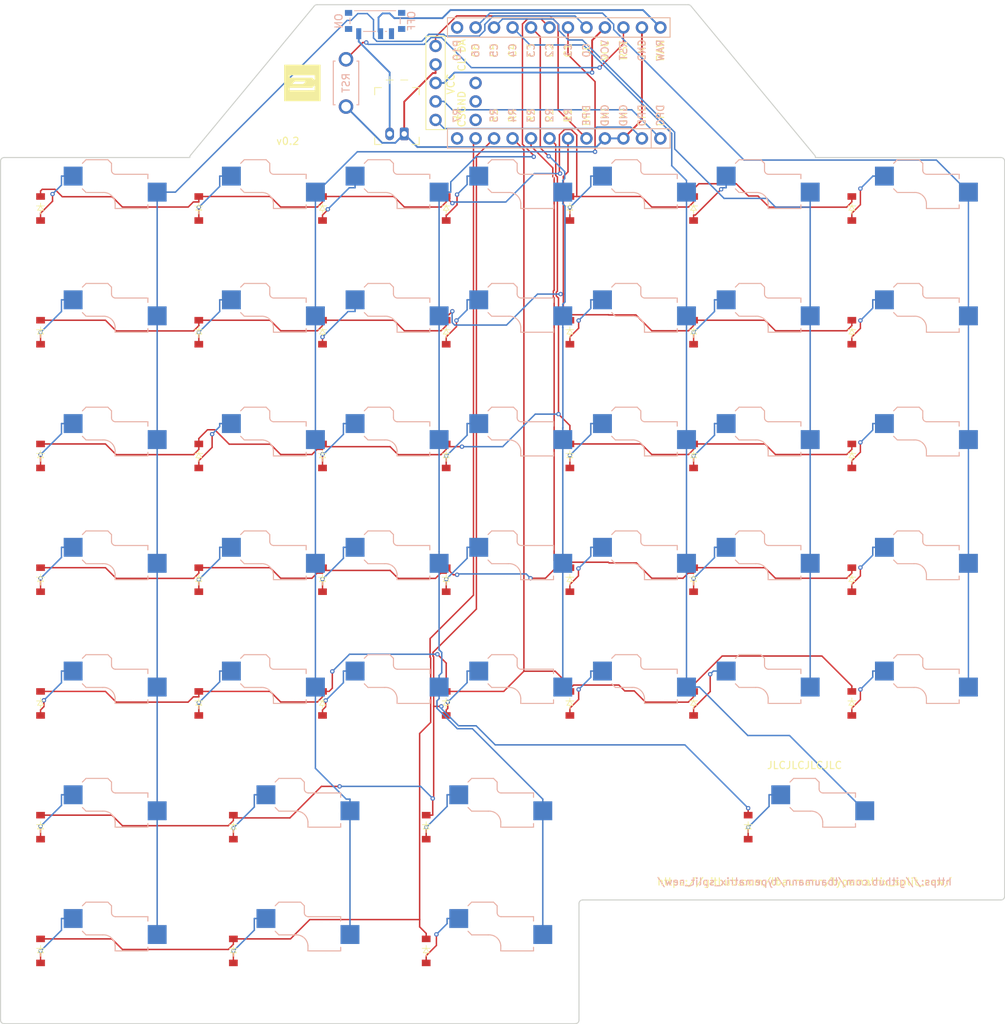
<source format=kicad_pcb>
(kicad_pcb
	(version 20240108)
	(generator "pcbnew")
	(generator_version "8.0")
	(general
		(thickness 1.6)
		(legacy_teardrops no)
	)
	(paper "A3")
	(title_block
		(title "left")
		(date "2024-10-01")
		(rev "v0.2")
		(company "Tilman Baumann")
	)
	(layers
		(0 "F.Cu" signal)
		(31 "B.Cu" signal)
		(32 "B.Adhes" user "B.Adhesive")
		(33 "F.Adhes" user "F.Adhesive")
		(34 "B.Paste" user)
		(35 "F.Paste" user)
		(36 "B.SilkS" user "B.Silkscreen")
		(37 "F.SilkS" user "F.Silkscreen")
		(38 "B.Mask" user)
		(39 "F.Mask" user)
		(40 "Dwgs.User" user "User.Drawings")
		(41 "Cmts.User" user "User.Comments")
		(42 "Eco1.User" user "User.Eco1")
		(43 "Eco2.User" user "User.Eco2")
		(44 "Edge.Cuts" user)
		(45 "Margin" user)
		(46 "B.CrtYd" user "B.Courtyard")
		(47 "F.CrtYd" user "F.Courtyard")
		(48 "B.Fab" user)
		(49 "F.Fab" user)
	)
	(setup
		(pad_to_mask_clearance 0.05)
		(allow_soldermask_bridges_in_footprints no)
		(pcbplotparams
			(layerselection 0x00010fc_ffffffff)
			(plot_on_all_layers_selection 0x0000000_00000000)
			(disableapertmacros no)
			(usegerberextensions no)
			(usegerberattributes yes)
			(usegerberadvancedattributes yes)
			(creategerberjobfile yes)
			(dashed_line_dash_ratio 12.000000)
			(dashed_line_gap_ratio 3.000000)
			(svgprecision 4)
			(plotframeref no)
			(viasonmask no)
			(mode 1)
			(useauxorigin no)
			(hpglpennumber 1)
			(hpglpenspeed 20)
			(hpglpendiameter 15.000000)
			(pdf_front_fp_property_popups yes)
			(pdf_back_fp_property_popups yes)
			(dxfpolygonmode yes)
			(dxfimperialunits yes)
			(dxfusepcbnewfont yes)
			(psnegative no)
			(psa4output no)
			(plotreference yes)
			(plotvalue yes)
			(plotfptext yes)
			(plotinvisibletext no)
			(sketchpadsonfab no)
			(subtractmaskfromsilk no)
			(outputformat 1)
			(mirror no)
			(drillshape 1)
			(scaleselection 1)
			(outputdirectory "")
		)
	)
	(net 0 "")
	(net 1 "q_bottom")
	(net 2 "C1")
	(net 3 "GND")
	(net 4 "q_home")
	(net 5 "q_top")
	(net 6 "q_num")
	(net 7 "q_f")
	(net 8 "w_bottom")
	(net 9 "C2")
	(net 10 "w_home")
	(net 11 "w_top")
	(net 12 "w_num")
	(net 13 "w_f")
	(net 14 "e_bottom")
	(net 15 "C3")
	(net 16 "e_home")
	(net 17 "e_top")
	(net 18 "e_num")
	(net 19 "e_f")
	(net 20 "r_bottom")
	(net 21 "C4")
	(net 22 "r_home")
	(net 23 "r_top")
	(net 24 "r_num")
	(net 25 "r_f")
	(net 26 "t_bottom")
	(net 27 "C5")
	(net 28 "t_home")
	(net 29 "t_top")
	(net 30 "t_num")
	(net 31 "t_f")
	(net 32 "left_bottom")
	(net 33 "C0")
	(net 34 "left_home")
	(net 35 "left_top")
	(net 36 "left_num")
	(net 37 "left_f")
	(net 38 "enter_bottom")
	(net 39 "C6")
	(net 40 "enter_home")
	(net 41 "enter_top")
	(net 42 "enter_num")
	(net 43 "enter_f")
	(net 44 "one_down")
	(net 45 "one_up")
	(net 46 "two_down")
	(net 47 "two_up")
	(net 48 "three_down")
	(net 49 "three_up")
	(net 50 "space_space")
	(net 51 "R4")
	(net 52 "R3")
	(net 53 "R2")
	(net 54 "R1")
	(net 55 "R0")
	(net 56 "R6")
	(net 57 "R5")
	(net 58 "RAW")
	(net 59 "RST")
	(net 60 "VCC")
	(net 61 "P10")
	(net 62 "DPC")
	(net 63 "DPD")
	(net 64 "DPE")
	(net 65 "R7")
	(net 66 "P101")
	(net 67 "P102")
	(net 68 "P107")
	(net 69 "BAT_P")
	(footprint "ceoloide:diode_tht_sod123" (layer "F.Cu") (at 100 64.5 -90))
	(footprint "ceoloide:diode_tht_sod123" (layer "F.Cu") (at 80.25 115.5 -90))
	(footprint "ceoloide:diode_tht_sod123" (layer "F.Cu") (at 117 64.5 -90))
	(footprint "ceoloide:diode_tht_sod123" (layer "F.Cu") (at 27.25 115.5 -90))
	(footprint "ceoloide:diode_tht_sod123" (layer "F.Cu") (at 83 64.5 -90))
	(footprint "ceoloide:diode_tht_sod123" (layer "F.Cu") (at 27.25 30.5 -90))
	(footprint "ceoloide:diode_tht_sod123" (layer "F.Cu") (at 49 81.5 -90))
	(footprint "ceoloide:diode_tht_sod123" (layer "F.Cu") (at 117 98.5 -90))
	(footprint "ceoloide:diode_tht_sod123" (layer "F.Cu") (at 49 30.5 -90))
	(footprint "ceoloide:mcu_nice_nano" (layer "F.Cu") (at 99.74 13.25 -90))
	(footprint "ceoloide:diode_tht_sod123" (layer "F.Cu") (at 49 47.5 -90))
	(footprint "ceoloide:diode_tht_sod123" (layer "F.Cu") (at 124.5 115.5 -90))
	(footprint "ceoloide:diode_tht_sod123" (layer "F.Cu") (at 49 98.5 -90))
	(footprint "ceoloide:diode_tht_sod123" (layer "F.Cu") (at 27.25 132.5 -90))
	(footprint "ceoloide:diode_tht_sod123" (layer "F.Cu") (at 100 47.5 -90))
	(footprint "ceoloide:diode_tht_sod123" (layer "F.Cu") (at 83 30.5 -90))
	(footprint "ceoloide:diode_tht_sod123" (layer "F.Cu") (at 138.75 98.5 -90))
	(footprint "ceoloide:diode_tht_sod123" (layer "F.Cu") (at 100 98.5 -90))
	(footprint "ceoloide:diode_tht_sod123" (layer "F.Cu") (at 49 64.5 -90))
	(footprint "ceoloide:diode_tht_sod123" (layer "F.Cu") (at 83 81.5 -90))
	(footprint "ceoloide:diode_tht_sod123" (layer "F.Cu") (at 83 98.5 -90))
	(footprint "ceoloide:diode_tht_sod123" (layer "F.Cu") (at 117 81.5 -90))
	(footprint "ceoloide:diode_tht_sod123" (layer "F.Cu") (at 27.25 47.5 -90))
	(footprint "ceoloide:diode_tht_sod123" (layer "F.Cu") (at 53.75 132.5 -90))
	(footprint "ceoloide:diode_tht_sod123" (layer "F.Cu") (at 66 98.5 -90))
	(footprint "ceoloide:diode_tht_sod123" (layer "F.Cu") (at 27.25 81.5 -90))
	(footprint "ceoloide:utility_ergogen_logo" (layer "F.Cu") (at 63.23 13.25))
	(footprint "ceoloide:display_nice_view" (layer "F.Cu") (at 98.24 13.25 -90))
	(footprint "ceoloide:diode_tht_sod123" (layer "F.Cu") (at 83 47.5 -90))
	(footprint "ceoloide:diode_tht_sod123" (layer "F.Cu") (at 138.75 47.5 -90))
	(footprint "ceoloide:diode_tht_sod123" (layer "F.Cu") (at 66 64.5 -90))
	(footprint "ceoloide:diode_tht_sod123" (layer "F.Cu") (at 53.75 115.5 -90))
	(footprint "ceoloide:diode_tht_sod123" (layer "F.Cu") (at 117 47.5 -90))
	(footprint "ceoloide:diode_tht_sod123" (layer "F.Cu") (at 138.75 30.5 -90))
	(footprint "ceoloide:diode_tht_sod123" (layer "F.Cu") (at 66 81.5 -90))
	(footprint "ceoloide:diode_tht_sod123" (layer "F.Cu") (at 138.75 64.5 -90))
	(footprint "ceoloide:diode_tht_sod123" (layer "F.Cu") (at 66 47.5 -90))
	(footprint "ceoloide:diode_tht_sod123" (layer "F.Cu") (at 80.25 132.5 -90))
	(footprint "ceoloide:diode_tht_sod123" (layer "F.Cu") (at 27.25 64.5 -90))
	(footprint "ceoloide:diode_tht_sod123" (layer "F.Cu") (at 100 81.5 -90))
	(footprint "ceoloide:diode_tht_sod123" (layer "F.Cu") (at 100 30.5 -90))
	(footprint "ceoloide:diode_tht_sod123" (layer "F.Cu") (at 27.25 98.5 -90))
	(footprint "ceoloide:battery_connector_jst_ph_2" (layer "F.Cu") (at 76.23 20.25 180))
	(footprint "ceoloide:diode_tht_sod123" (layer "F.Cu") (at 66 30.5 -90))
	(footprint "ceoloide:diode_tht_sod123" (layer "F.Cu") (at 138.75 81.5 -90))
	(footprint "ceoloide:diode_tht_sod123" (layer "F.Cu") (at 117 30.5 -90))
	(footprint "ceoloide:switch_choc_v1_v2" (layer "B.Cu") (at 73.75 100))
	(footprint "ceoloide:switch_choc_v1_v2" (layer "B.Cu") (at 90.75 83))
	(footprint "ceoloide:switch_choc_v1_v2" (layer "B.Cu") (at 35 32))
	(footprint "ceoloide:switch_choc_v1_v2" (layer "B.Cu") (at 124.75 66))
	(footprint "ceoloide:switch_choc_v1_v2" (layer "B.Cu") (at 61.5 134))
	(footprint "ceoloide:switch_choc_v1_v2" (layer "B.Cu") (at 146.5 66))
	(footprint "ceoloide:switch_choc_v1_v2" (layer "B.Cu") (at 35 117))
	(footprint "ceoloide:switch_choc_v1_v2" (layer "B.Cu") (at 35 134))
	(footprint "ceoloide:switch_choc_v1_v2" (layer "B.Cu") (at 56.75 32))
	(footprint "ceoloide:switch_choc_v1_v2" (layer "B.Cu") (at 107.75 83))
	(footprint "ceoloide:switch_choc_v1_v2"
		(layer "B.Cu")
		(uuid "3d669c0d-8b8c-4f47-a111-9d6fa76a2051")
		(at 73.75 83)
		(property "Reference" "S7"
			(at 0 8.8 0)
			(layer "B.SilkS")
			(hide yes)
			(uuid "47b18707-c33c-4a2d-913f-cffa1071afd6")
			(effects
				(font
					(size 1 1)
					(thickness 0.15)
				)
			)
		)
		(property "Value" ""
			(at 0 0 0)
			(layer "F.Fab")
			(uuid "d276e19d-e3bb-41df-86f2-0dd0801ad205")
			(effects
				(font
					(size 1.27 1.27)
					(thickness 0.15)
				)
			)
		)
		(property "Footprint" ""
			(at 0 0 0)
			(layer "F.Fab")
			(hide yes)
			(uuid "3369f5c4-6d02-4945-acdd-718a1d08d1a6")
			(effects
				(font
					(size 1.27 1.27)
					(thickness 0.15)
				)
			)
		)
		(property "Datasheet" ""
			(at 0 0 0)
			(layer "F.Fab")
			(hide yes)
			(uuid "86bd7aaf-a4a4-4ddf-b8b2-d49d1a6fdfea")
			(effects
				(font
					(size 1.27 1.27)
					(thickness 0.15)
				)
			)
		)
		(property "Description" ""
			(at 0 0 0)
			(layer "F.Fab")
			(hide yes)
			(uuid "c337b5bc-3e82-4558-936d-da29dcdd06d4")
			(effects
				(font
					(size 1.27 1.27)
					(thickness 0.15)
				)
			)
		)
		(attr exclude_from_pos_files exclude_from_bom allow_soldermask_bridges)
		(fp_line
			(start -1.5 -8.2)
			(end -2 -7.7)
			(stroke
				(width 0.15)
				(type solid)
			)
			(layer "B.SilkS")
			(uuid "45c551a4-d991-4b1d-9dc1-73af0c32f1ef")
		)
		(fp_line
			(start -1.5 -3.7)
			(end -2 -4.2)
			(stroke
				(width 0.15)
				(type solid)
			)
			(layer "B.SilkS")
			(uuid
... [274869 chars truncated]
</source>
